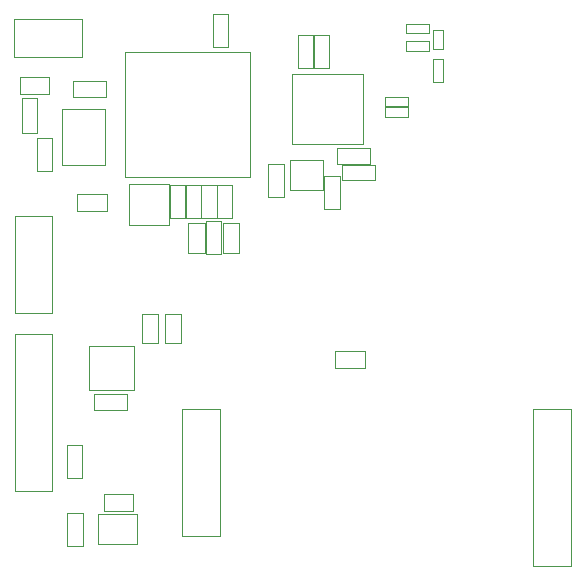
<source format=gbr>
G04 #@! TF.FileFunction,Other,User*
%FSLAX46Y46*%
G04 Gerber Fmt 4.6, Leading zero omitted, Abs format (unit mm)*
G04 Created by KiCad (PCBNEW 4.0.5) date Thu Mar 16 09:26:44 2017*
%MOMM*%
%LPD*%
G01*
G04 APERTURE LIST*
%ADD10C,0.100000*%
%ADD11C,0.050000*%
G04 APERTURE END LIST*
D10*
D11*
X142148000Y-112397500D02*
X136448000Y-112397500D01*
X136448000Y-112397500D02*
X136448000Y-115597500D01*
X136448000Y-115597500D02*
X142148000Y-115597500D01*
X142148000Y-115597500D02*
X142148000Y-112397500D01*
X164007500Y-125650500D02*
X164007500Y-128450500D01*
X164007500Y-125650500D02*
X162707500Y-125650500D01*
X162707500Y-128450500D02*
X164007500Y-128450500D01*
X162707500Y-128450500D02*
X162707500Y-125650500D01*
X157973000Y-127511000D02*
X157973000Y-124711000D01*
X157973000Y-127511000D02*
X159273000Y-127511000D01*
X159273000Y-124711000D02*
X157973000Y-124711000D01*
X159273000Y-124711000D02*
X159273000Y-127511000D01*
X164180000Y-124749500D02*
X166980000Y-124749500D01*
X164180000Y-124749500D02*
X164180000Y-126049500D01*
X166980000Y-126049500D02*
X166980000Y-124749500D01*
X166980000Y-126049500D02*
X164180000Y-126049500D01*
X160485000Y-116512500D02*
X160485000Y-113712500D01*
X160485000Y-116512500D02*
X161785000Y-116512500D01*
X161785000Y-113712500D02*
X160485000Y-113712500D01*
X161785000Y-113712500D02*
X161785000Y-116512500D01*
X163799000Y-123352500D02*
X166599000Y-123352500D01*
X163799000Y-123352500D02*
X163799000Y-124652500D01*
X166599000Y-124652500D02*
X166599000Y-123352500D01*
X166599000Y-124652500D02*
X163799000Y-124652500D01*
X161818500Y-116512500D02*
X161818500Y-113712500D01*
X161818500Y-116512500D02*
X163118500Y-116512500D01*
X163118500Y-113712500D02*
X161818500Y-113712500D01*
X163118500Y-113712500D02*
X163118500Y-116512500D01*
X144234000Y-118965500D02*
X141434000Y-118965500D01*
X144234000Y-118965500D02*
X144234000Y-117665500D01*
X141434000Y-117665500D02*
X141434000Y-118965500D01*
X141434000Y-117665500D02*
X144234000Y-117665500D01*
X138374000Y-125303500D02*
X138374000Y-122503500D01*
X138374000Y-125303500D02*
X139674000Y-125303500D01*
X139674000Y-122503500D02*
X138374000Y-122503500D01*
X139674000Y-122503500D02*
X139674000Y-125303500D01*
X146025000Y-145480500D02*
X143225000Y-145480500D01*
X146025000Y-145480500D02*
X146025000Y-144180500D01*
X143225000Y-144180500D02*
X143225000Y-145480500D01*
X143225000Y-144180500D02*
X146025000Y-144180500D01*
X142191500Y-148460000D02*
X142191500Y-151260000D01*
X142191500Y-148460000D02*
X140891500Y-148460000D01*
X140891500Y-151260000D02*
X142191500Y-151260000D01*
X140891500Y-151260000D02*
X140891500Y-148460000D01*
X142255000Y-154238500D02*
X142255000Y-157038500D01*
X142255000Y-154238500D02*
X140955000Y-154238500D01*
X140955000Y-157038500D02*
X142255000Y-157038500D01*
X140955000Y-157038500D02*
X140955000Y-154238500D01*
X152260000Y-126476000D02*
X152260000Y-129276000D01*
X152260000Y-126476000D02*
X150960000Y-126476000D01*
X150960000Y-129276000D02*
X152260000Y-129276000D01*
X150960000Y-129276000D02*
X150960000Y-126476000D01*
X136484500Y-129070000D02*
X136484500Y-137270000D01*
X136484500Y-137270000D02*
X139684500Y-137270000D01*
X139684500Y-137270000D02*
X139684500Y-129070000D01*
X139684500Y-129070000D02*
X136484500Y-129070000D01*
X150690000Y-145400000D02*
X150690000Y-156200000D01*
X150690000Y-156200000D02*
X153890000Y-156200000D01*
X153890000Y-156200000D02*
X153890000Y-145400000D01*
X153890000Y-145400000D02*
X150690000Y-145400000D01*
X180400000Y-145400000D02*
X180400000Y-158700000D01*
X180400000Y-158700000D02*
X183600000Y-158700000D01*
X183600000Y-158700000D02*
X183600000Y-145400000D01*
X183600000Y-145400000D02*
X180400000Y-145400000D01*
X163631500Y-140511000D02*
X166131500Y-140511000D01*
X163631500Y-140511000D02*
X163631500Y-141911000D01*
X166131500Y-141911000D02*
X166131500Y-140511000D01*
X166131500Y-141911000D02*
X163631500Y-141911000D01*
X149195500Y-139857500D02*
X149195500Y-137357500D01*
X149195500Y-139857500D02*
X150595500Y-139857500D01*
X150595500Y-137357500D02*
X149195500Y-137357500D01*
X150595500Y-137357500D02*
X150595500Y-139857500D01*
X147227000Y-139857500D02*
X147227000Y-137357500D01*
X147227000Y-139857500D02*
X148627000Y-139857500D01*
X148627000Y-137357500D02*
X147227000Y-137357500D01*
X148627000Y-137357500D02*
X148627000Y-139857500D01*
X146510000Y-154039500D02*
X144010000Y-154039500D01*
X146510000Y-154039500D02*
X146510000Y-152639500D01*
X144010000Y-152639500D02*
X144010000Y-154039500D01*
X144010000Y-152639500D02*
X146510000Y-152639500D01*
X165941000Y-123015000D02*
X165941000Y-117015000D01*
X159941000Y-123015000D02*
X159941000Y-117015000D01*
X165941000Y-123015000D02*
X159941000Y-123015000D01*
X165941000Y-117015000D02*
X159941000Y-117015000D01*
X156402000Y-125810000D02*
X156402000Y-115210000D01*
X145802000Y-125810000D02*
X145802000Y-115210000D01*
X156402000Y-125810000D02*
X145802000Y-125810000D01*
X156402000Y-115210000D02*
X145802000Y-115210000D01*
X144126000Y-119999500D02*
X144126000Y-124759500D01*
X144126000Y-119999500D02*
X140526000Y-119999500D01*
X140526000Y-124759500D02*
X144126000Y-124759500D01*
X140526000Y-124759500D02*
X140526000Y-119999500D01*
X142753000Y-140072500D02*
X142753000Y-143772500D01*
X146553000Y-140072500D02*
X146553000Y-143772500D01*
X142753000Y-140072500D02*
X146553000Y-140072500D01*
X142753000Y-143772500D02*
X146553000Y-143772500D01*
X143574500Y-154325000D02*
X143574500Y-156825000D01*
X146874500Y-154325000D02*
X146874500Y-156825000D01*
X143574500Y-154325000D02*
X146874500Y-154325000D01*
X143574500Y-156825000D02*
X146874500Y-156825000D01*
X162563000Y-126903000D02*
X162563000Y-124303000D01*
X162563000Y-124303000D02*
X159763000Y-124303000D01*
X159763000Y-124303000D02*
X159763000Y-126903000D01*
X159763000Y-126903000D02*
X162563000Y-126903000D01*
X146163500Y-126380000D02*
X149563500Y-126380000D01*
X149563500Y-126380000D02*
X149563500Y-129880000D01*
X149563500Y-129880000D02*
X146163500Y-129880000D01*
X146163500Y-129880000D02*
X146163500Y-126380000D01*
X153593500Y-126476000D02*
X153593500Y-129276000D01*
X153593500Y-126476000D02*
X152293500Y-126476000D01*
X152293500Y-129276000D02*
X153593500Y-129276000D01*
X152293500Y-129276000D02*
X152293500Y-126476000D01*
X154927000Y-126476000D02*
X154927000Y-129276000D01*
X154927000Y-126476000D02*
X153627000Y-126476000D01*
X153627000Y-129276000D02*
X154927000Y-129276000D01*
X153627000Y-129276000D02*
X153627000Y-126476000D01*
X153246000Y-114734500D02*
X153246000Y-111934500D01*
X153246000Y-114734500D02*
X154546000Y-114734500D01*
X154546000Y-111934500D02*
X153246000Y-111934500D01*
X154546000Y-111934500D02*
X154546000Y-114734500D01*
X150926500Y-126476000D02*
X150926500Y-129276000D01*
X150926500Y-126476000D02*
X149626500Y-126476000D01*
X149626500Y-129276000D02*
X150926500Y-129276000D01*
X149626500Y-129276000D02*
X149626500Y-126476000D01*
X136484500Y-139103000D02*
X136484500Y-152403000D01*
X136484500Y-152403000D02*
X139684500Y-152403000D01*
X139684500Y-152403000D02*
X139684500Y-139103000D01*
X139684500Y-139103000D02*
X136484500Y-139103000D01*
X171596500Y-113607500D02*
X169596500Y-113607500D01*
X171596500Y-113607500D02*
X171596500Y-112807500D01*
X169596500Y-112807500D02*
X169596500Y-113607500D01*
X169596500Y-112807500D02*
X171596500Y-112807500D01*
X171596500Y-115068000D02*
X169596500Y-115068000D01*
X171596500Y-115068000D02*
X171596500Y-114268000D01*
X169596500Y-114268000D02*
X169596500Y-115068000D01*
X169596500Y-114268000D02*
X171596500Y-114268000D01*
X172761000Y-113296500D02*
X172761000Y-114896500D01*
X172761000Y-113296500D02*
X171861000Y-113296500D01*
X171861000Y-114896500D02*
X172761000Y-114896500D01*
X171861000Y-114896500D02*
X171861000Y-113296500D01*
X171911000Y-117763500D02*
X171911000Y-115763500D01*
X171911000Y-117763500D02*
X172711000Y-117763500D01*
X172711000Y-115763500D02*
X171911000Y-115763500D01*
X172711000Y-115763500D02*
X172711000Y-117763500D01*
X167818500Y-118967000D02*
X169818500Y-118967000D01*
X167818500Y-118967000D02*
X167818500Y-119767000D01*
X169818500Y-119767000D02*
X169818500Y-118967000D01*
X169818500Y-119767000D02*
X167818500Y-119767000D01*
X167818500Y-119856000D02*
X169818500Y-119856000D01*
X167818500Y-119856000D02*
X167818500Y-120656000D01*
X169818500Y-120656000D02*
X169818500Y-119856000D01*
X169818500Y-120656000D02*
X167818500Y-120656000D01*
X138417000Y-122023500D02*
X137117000Y-122023500D01*
X137117000Y-122023500D02*
X137117000Y-119123500D01*
X137117000Y-119123500D02*
X138417000Y-119123500D01*
X138417000Y-119123500D02*
X138417000Y-122023500D01*
X136898000Y-117333500D02*
X139398000Y-117333500D01*
X136898000Y-117333500D02*
X136898000Y-118733500D01*
X139398000Y-118733500D02*
X139398000Y-117333500D01*
X139398000Y-118733500D02*
X136898000Y-118733500D01*
X141787500Y-127239500D02*
X144287500Y-127239500D01*
X141787500Y-127239500D02*
X141787500Y-128639500D01*
X144287500Y-128639500D02*
X144287500Y-127239500D01*
X144287500Y-128639500D02*
X141787500Y-128639500D01*
X153974500Y-129524000D02*
X153974500Y-132324000D01*
X153974500Y-129524000D02*
X152674500Y-129524000D01*
X152674500Y-132324000D02*
X153974500Y-132324000D01*
X152674500Y-132324000D02*
X152674500Y-129524000D01*
X151164000Y-132174000D02*
X151164000Y-129674000D01*
X151164000Y-132174000D02*
X152564000Y-132174000D01*
X152564000Y-129674000D02*
X151164000Y-129674000D01*
X152564000Y-129674000D02*
X152564000Y-132174000D01*
X155485000Y-129674000D02*
X155485000Y-132174000D01*
X155485000Y-129674000D02*
X154085000Y-129674000D01*
X154085000Y-132174000D02*
X155485000Y-132174000D01*
X154085000Y-132174000D02*
X154085000Y-129674000D01*
M02*

</source>
